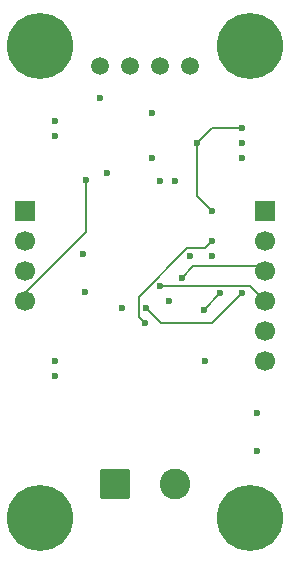
<source format=gbr>
%TF.GenerationSoftware,KiCad,Pcbnew,9.0.3*%
%TF.CreationDate,2026-01-02T19:57:44-06:00*%
%TF.ProjectId,IsolatedADSandVoltmeterPCB,49736f6c-6174-4656-9441-4453616e6456,rev?*%
%TF.SameCoordinates,Original*%
%TF.FileFunction,Copper,L4,Bot*%
%TF.FilePolarity,Positive*%
%FSLAX46Y46*%
G04 Gerber Fmt 4.6, Leading zero omitted, Abs format (unit mm)*
G04 Created by KiCad (PCBNEW 9.0.3) date 2026-01-02 19:57:44*
%MOMM*%
%LPD*%
G01*
G04 APERTURE LIST*
G04 Aperture macros list*
%AMRoundRect*
0 Rectangle with rounded corners*
0 $1 Rounding radius*
0 $2 $3 $4 $5 $6 $7 $8 $9 X,Y pos of 4 corners*
0 Add a 4 corners polygon primitive as box body*
4,1,4,$2,$3,$4,$5,$6,$7,$8,$9,$2,$3,0*
0 Add four circle primitives for the rounded corners*
1,1,$1+$1,$2,$3*
1,1,$1+$1,$4,$5*
1,1,$1+$1,$6,$7*
1,1,$1+$1,$8,$9*
0 Add four rect primitives between the rounded corners*
20,1,$1+$1,$2,$3,$4,$5,0*
20,1,$1+$1,$4,$5,$6,$7,0*
20,1,$1+$1,$6,$7,$8,$9,0*
20,1,$1+$1,$8,$9,$2,$3,0*%
G04 Aperture macros list end*
%TA.AperFunction,ConnectorPad*%
%ADD10C,5.600000*%
%TD*%
%TA.AperFunction,ComponentPad*%
%ADD11C,3.600000*%
%TD*%
%TA.AperFunction,ComponentPad*%
%ADD12R,1.700000X1.700000*%
%TD*%
%TA.AperFunction,ComponentPad*%
%ADD13C,1.700000*%
%TD*%
%TA.AperFunction,ComponentPad*%
%ADD14C,1.500000*%
%TD*%
%TA.AperFunction,ComponentPad*%
%ADD15RoundRect,0.250000X-1.050000X-1.050000X1.050000X-1.050000X1.050000X1.050000X-1.050000X1.050000X0*%
%TD*%
%TA.AperFunction,ComponentPad*%
%ADD16C,2.600000*%
%TD*%
%TA.AperFunction,ViaPad*%
%ADD17C,0.600000*%
%TD*%
%TA.AperFunction,Conductor*%
%ADD18C,0.200000*%
%TD*%
G04 APERTURE END LIST*
D10*
%TO.P,H2,1*%
%TO.N,N/C*%
X146050000Y-38100000D03*
D11*
X146050000Y-38100000D03*
%TD*%
D12*
%TO.P,J2,1,Pin_1*%
%TO.N,5V-iso*%
X147320000Y-52070000D03*
D13*
%TO.P,J2,2,Pin_2*%
%TO.N,Gnd-iso*%
X147320000Y-54610000D03*
%TO.P,J2,3,Pin_3*%
%TO.N,/AIN3*%
X147320000Y-57150000D03*
%TO.P,J2,4,Pin_4*%
%TO.N,/AIN2*%
X147320000Y-59690000D03*
%TO.P,J2,5,Pin_5*%
%TO.N,/AIN1*%
X147320000Y-62230000D03*
%TO.P,J2,6,Pin_6*%
%TO.N,/AIN0*%
X147320000Y-64770000D03*
%TD*%
D12*
%TO.P,J1,1,Pin_1*%
%TO.N,VDD*%
X127000000Y-52070000D03*
D13*
%TO.P,J1,2,Pin_2*%
%TO.N,GND*%
X127000000Y-54610000D03*
%TO.P,J1,3,Pin_3*%
%TO.N,SDA*%
X127000000Y-57150000D03*
%TO.P,J1,4,Pin_4*%
%TO.N,SCL*%
X127000000Y-59690000D03*
%TD*%
D14*
%TO.P,U14,1,VIN-*%
%TO.N,GND*%
X133350000Y-39830000D03*
%TO.P,U14,2,VIN+*%
%TO.N,VDD*%
X135890000Y-39830000D03*
%TO.P,U14,3,Vout-*%
%TO.N,Gnd-iso*%
X138430000Y-39830000D03*
%TO.P,U14,4,Vout+*%
%TO.N,5V-iso*%
X140970000Y-39830000D03*
%TD*%
D11*
%TO.P,H1,1*%
%TO.N,N/C*%
X128270000Y-38100000D03*
D10*
X128270000Y-38100000D03*
%TD*%
D15*
%TO.P,J15,1,Pin_1*%
%TO.N,Net-(J15-Pin_1)*%
X134615000Y-75146250D03*
D16*
%TO.P,J15,2,Pin_2*%
%TO.N,Net-(J15-Pin_2)*%
X139695000Y-75146250D03*
%TD*%
D11*
%TO.P,H4,1*%
%TO.N,N/C*%
X146045000Y-78105000D03*
D10*
X146045000Y-78105000D03*
%TD*%
D11*
%TO.P,H3,1*%
%TO.N,N/C*%
X128270000Y-78105000D03*
D10*
X128270000Y-78105000D03*
%TD*%
D17*
%TO.N,SCL-5V*%
X142875000Y-52070000D03*
%TO.N,ADS_ALERT*%
X142133235Y-60431765D03*
X143510000Y-59055000D03*
%TO.N,Gnd-iso*%
X139170615Y-59670913D03*
X142240000Y-64770000D03*
%TO.N,5V-iso*%
X142875000Y-55880000D03*
%TO.N,SCL-5V*%
X142875000Y-54610000D03*
%TO.N,SDA-5V*%
X145415000Y-59055000D03*
%TO.N,/AIN2*%
X138430000Y-58420000D03*
%TO.N,5V-iso*%
X146685000Y-72390000D03*
%TO.N,Gnd-iso*%
X146685000Y-69215000D03*
%TO.N,SCL-5V*%
X137160000Y-61595000D03*
%TO.N,SDA-5V*%
X137234369Y-60270913D03*
%TO.N,5V-iso*%
X135230110Y-60325524D03*
%TO.N,Gnd-iso*%
X140970000Y-55880000D03*
X139700000Y-49530000D03*
%TO.N,5V-iso*%
X138430000Y-49530000D03*
%TO.N,SCL-5V*%
X145415000Y-45085000D03*
X141605000Y-46355000D03*
%TO.N,5V-iso*%
X145415000Y-46355000D03*
%TO.N,Gnd-iso*%
X145415000Y-47625000D03*
X137795000Y-47625000D03*
%TO.N,5V-iso*%
X137795000Y-43815000D03*
%TO.N,VDD*%
X129540000Y-66040000D03*
%TO.N,GND*%
X129540000Y-64770000D03*
%TO.N,SCL*%
X132203000Y-49407000D03*
%TO.N,VDD*%
X129540000Y-45720000D03*
X133350000Y-42545000D03*
%TO.N,GND*%
X133985000Y-48895000D03*
X129540000Y-44450000D03*
X132080000Y-58949500D03*
%TO.N,VDD*%
X131931500Y-55753000D03*
%TO.N,/AIN3*%
X140271500Y-57721500D03*
%TD*%
D18*
%TO.N,SCL-5V*%
X136633369Y-61068369D02*
X137160000Y-61595000D01*
X136633369Y-59366688D02*
X136633369Y-61068369D01*
X142240000Y-55245000D02*
X140755057Y-55245000D01*
X142875000Y-54610000D02*
X142240000Y-55245000D01*
X140755057Y-55245000D02*
X136633369Y-59366688D01*
%TO.N,ADS_ALERT*%
X143510000Y-59055000D02*
X142133235Y-60431765D01*
%TO.N,SDA-5V*%
X142875000Y-61595000D02*
X138558456Y-61595000D01*
X145415000Y-59055000D02*
X142875000Y-61595000D01*
X138558456Y-61595000D02*
X137234369Y-60270913D01*
%TO.N,/AIN3*%
X146911000Y-56741000D02*
X147320000Y-57150000D01*
X141252000Y-56741000D02*
X146911000Y-56741000D01*
%TO.N,/AIN2*%
X138430000Y-58420000D02*
X146050000Y-58420000D01*
X146050000Y-58420000D02*
X147320000Y-59690000D01*
%TO.N,SCL-5V*%
X141605000Y-50800000D02*
X142875000Y-52070000D01*
X141605000Y-46355000D02*
X141605000Y-50800000D01*
X142875000Y-45085000D02*
X145415000Y-45085000D01*
X141605000Y-46355000D02*
X142875000Y-45085000D01*
%TO.N,SCL*%
X132203000Y-53852000D02*
X126365000Y-59690000D01*
X132203000Y-49407000D02*
X132203000Y-53852000D01*
%TO.N,/AIN3*%
X140271500Y-57721500D02*
X141252000Y-56741000D01*
%TD*%
M02*

</source>
